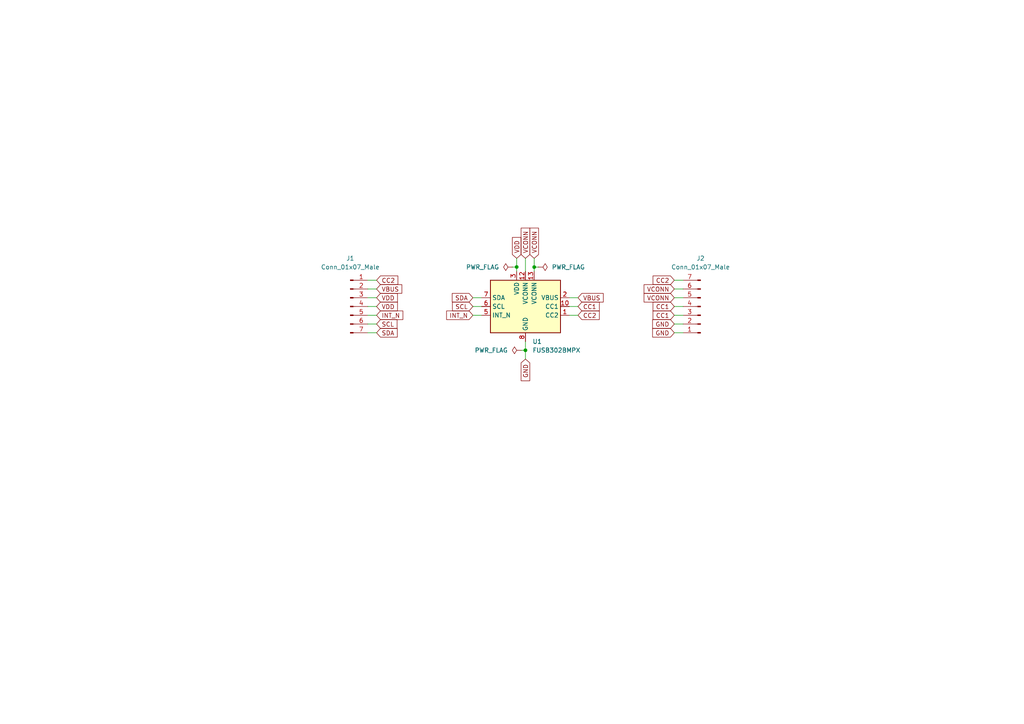
<source format=kicad_sch>
(kicad_sch (version 20211123) (generator eeschema)
  (paper "A4")
  (title_block (title "FUSB302 Breakout Board") (date "2023-03-03") (rev "A") (company "ElektroNik Zoller") (comment 1 "Author: Nikolai Zoller") (comment 4 "License: CERN-OHL-P"))
  (lib_symbols
    (symbol "Connector:Conn_01x07_Male" (pin_names (offset 1.016) hide)
      (property "Reference" "J" (at 0 10.16 0))
      (property "Value" "Conn_01x07_Male" (at 0 -10.16 0))
      (symbol "Conn_01x07_Male_1_1"
        (polyline (pts (xy 1.27 -7.62) (xy 0.8636 -7.62)) (stroke (width 0.1524)))
        (polyline (pts (xy 1.27 -5.08) (xy 0.8636 -5.08)) (stroke (width 0.1524)))
        (polyline (pts (xy 1.27 -2.54) (xy 0.8636 -2.54)) (stroke (width 0.1524)))
        (polyline (pts (xy 1.27 0) (xy 0.8636 0)) (stroke (width 0.1524)))
        (polyline (pts (xy 1.27 2.54) (xy 0.8636 2.54)) (stroke (width 0.1524)))
        (polyline (pts (xy 1.27 5.08) (xy 0.8636 5.08)) (stroke (width 0.1524)))
        (polyline (pts (xy 1.27 7.62) (xy 0.8636 7.62)) (stroke (width 0.1524)))
        (rectangle (start 0.8636 -7.493) (end 0 -7.747) (stroke (width 0.1524)) (fill (type outline)))
        (rectangle (start 0.8636 -4.953) (end 0 -5.207) (stroke (width 0.1524)) (fill (type outline)))
        (rectangle (start 0.8636 -2.413) (end 0 -2.667) (stroke (width 0.1524)) (fill (type outline)))
        (rectangle (start 0.8636 0.127) (end 0 -0.127) (stroke (width 0.1524)) (fill (type outline)))
        (rectangle (start 0.8636 2.667) (end 0 2.413) (stroke (width 0.1524)) (fill (type outline)))
        (rectangle (start 0.8636 5.207) (end 0 4.953) (stroke (width 0.1524)) (fill (type outline)))
        (rectangle (start 0.8636 7.747) (end 0 7.493) (stroke (width 0.1524)) (fill (type outline)))
        (pin passive line (at 5.08 7.62 180) (length 3.81) (name "Pin_1") (number "1"))
        (pin passive line (at 5.08 5.08 180) (length 3.81) (name "Pin_2") (number "2"))
        (pin passive line (at 5.08 2.54 180) (length 3.81) (name "Pin_3") (number "3"))
        (pin passive line (at 5.08 0 180) (length 3.81) (name "Pin_4") (number "4"))
        (pin passive line (at 5.08 -2.54 180) (length 3.81) (name "Pin_5") (number "5"))
        (pin passive line (at 5.08 -5.08 180) (length 3.81) (name "Pin_6") (number "6"))
        (pin passive line (at 5.08 -7.62 180) (length 3.81) (name "Pin_7") (number "7"))
      )
    )
    (symbol "Interface_USB:FUSB302BMPX"
      (property "Reference" "U" (at -10.16 8.89 0))
      (property "Value" "FUSB302BMPX" (at 3.81 8.89 0))
      (symbol "FUSB302BMPX_0_1"
        (rectangle (start -10.16 7.62) (end 10.16 -7.62) (stroke (width 0.254)) (fill (type background)))
      )
      (symbol "FUSB302BMPX_1_1"
        (pin bidirectional line (at 12.7 -2.54 180) (length 2.54) (name "CC2") (number "1"))
        (pin bidirectional line (at 12.7 0 180) (length 2.54) (name "CC1") (number "10"))
        (pin bidirectional line (at 12.7 0 180) (length 2.54) hide (name "CC1") (number "11"))
        (pin power_in line (at 0 10.16 270) (length 2.54) (name "VCONN") (number "12"))
        (pin power_in line (at 2.54 10.16 270) (length 2.54) (name "VCONN") (number "13"))
        (pin bidirectional line (at 12.7 -2.54 180) (length 2.54) hide (name "CC2") (number "14"))
        (pin passive line (at 0 -10.16 90) (length 2.54) hide (name "GND") (number "15"))
        (pin input line (at 12.7 2.54 180) (length 2.54) (name "VBUS") (number "2"))
        (pin power_in line (at -2.54 10.16 270) (length 2.54) (name "VDD") (number "3"))
        (pin passive line (at -2.54 10.16 270) (length 2.54) hide (name "VDD") (number "4"))
        (pin open_collector line (at -12.7 -2.54 0) (length 2.54) (name "INT_N") (number "5"))
        (pin input line (at -12.7 0 0) (length 2.54) (name "SCL") (number "6"))
        (pin bidirectional line (at -12.7 2.54 0) (length 2.54) (name "SDA") (number "7"))
        (pin power_in line (at 0 -10.16 90) (length 2.54) (name "GND") (number "8"))
        (pin passive line (at 0 -10.16 90) (length 2.54) hide (name "GND") (number "9"))
      )
    )
    (symbol "power:PWR_FLAG" (power) (pin_numbers hide) (pin_names (offset 0) hide)
      (property "Value" "PWR_FLAG" (at 0 3.81 0))
      (symbol "PWR_FLAG_0_0"
        (pin power_out line (at 0 0 90) (length 0) (name "pwr") (number "1"))
      )
      (symbol "PWR_FLAG_0_1"
        (polyline (pts (xy 0 0) (xy 0 1.27) (xy -1.016 1.905) (xy 0 2.54) (xy 1.016 1.905) (xy 0 1.27)))
      )
    )
  )
  (junction (at 152.4 101.6))
  (junction (at 154.94 77.47))
  (junction (at 149.86 77.4394))
  (wire (pts (xy 106.68 96.52) (xy 109.22 96.52)))
  (wire (pts (xy 106.68 93.98) (xy 109.22 93.98)))
  (wire (pts (xy 152.4 104.14) (xy 152.4 101.6)))
  (wire (pts (xy 154.94 77.47) (xy 154.94 78.74)))
  (wire (pts (xy 106.68 88.9) (xy 109.22 88.9)))
  (wire (pts (xy 152.4 74.93) (xy 152.4 78.74)))
  (wire (pts (xy 137.16 88.9) (xy 139.7 88.9)))
  (wire (pts (xy 106.68 86.36) (xy 109.22 86.36)))
  (wire (pts (xy 156.21 77.47) (xy 154.94 77.47)))
  (wire (pts (xy 165.1 91.44) (xy 167.64 91.44)))
  (wire (pts (xy 137.16 86.36) (xy 139.7 86.36)))
  (wire (pts (xy 137.16 91.44) (xy 139.7 91.44)))
  (wire (pts (xy 149.86 74.93) (xy 149.86 77.4394)))
  (wire (pts (xy 165.1 86.36) (xy 167.64 86.36)))
  (wire (pts (xy 151.13 101.6) (xy 152.4 101.6)))
  (wire (pts (xy 106.68 81.28) (xy 109.22 81.28)))
  (wire (pts (xy 195.58 86.36) (xy 198.12 86.36)))
  (wire (pts (xy 195.58 96.52) (xy 198.12 96.52)))
  (wire (pts (xy 165.1 88.9) (xy 167.64 88.9)))
  (wire (pts (xy 154.94 74.93) (xy 154.94 77.47)))
  (wire (pts (xy 152.4 99.06) (xy 152.4 101.6)))
  (wire (pts (xy 148.59 77.47) (xy 149.86 77.4394)))
  (wire (pts (xy 195.58 91.44) (xy 198.12 91.44)))
  (wire (pts (xy 195.58 81.28) (xy 198.12 81.28)))
  (wire (pts (xy 106.68 83.82) (xy 109.22 83.82)))
  (wire (pts (xy 195.58 83.82) (xy 198.12 83.82)))
  (wire (pts (xy 195.58 93.98) (xy 198.12 93.98)))
  (wire (pts (xy 149.86 77.4394) (xy 149.86 78.74)))
  (wire (pts (xy 106.68 91.44) (xy 109.22 91.44)))
  (wire (pts (xy 195.58 88.9) (xy 198.12 88.9)))
  (global_label "VCONN" (shape input) (at 195.58 83.82 180) (property "Intersheet References" "${INTERSHEET_REFS}" (effects hide)))
  (global_label "INT_N" (shape input) (at 137.16 91.44 180) (property "Intersheet References" "${INTERSHEET_REFS}" (effects hide)))
  (global_label "VBUS" (shape input) (at 167.64 86.36 0) (property "Intersheet References" "${INTERSHEET_REFS}" (effects hide)))
  (global_label "INT_N" (shape input) (at 109.22 91.44 0) (property "Intersheet References" "${INTERSHEET_REFS}" (effects hide)))
  (global_label "SCL" (shape input) (at 137.16 88.9 180) (property "Intersheet References" "${INTERSHEET_REFS}" (effects hide)))
  (global_label "CC2" (shape input) (at 109.22 81.28 0) (property "Intersheet References" "${INTERSHEET_REFS}" (effects hide)))
  (global_label "SDA" (shape input) (at 137.16 86.36 180) (property "Intersheet References" "${INTERSHEET_REFS}" (effects hide)))
  (global_label "GND" (shape input) (at 195.58 93.98 180) (property "Intersheet References" "${INTERSHEET_REFS}" (effects hide)))
  (global_label "CC2" (shape input) (at 195.58 81.28 180) (property "Intersheet References" "${INTERSHEET_REFS}" (effects hide)))
  (global_label "VDD" (shape input) (at 109.22 88.9 0) (property "Intersheet References" "${INTERSHEET_REFS}" (effects hide)))
  (global_label "VDD" (shape input) (at 109.22 86.36 0) (property "Intersheet References" "${INTERSHEET_REFS}" (effects hide)))
  (global_label "VBUS" (shape input) (at 109.22 83.82 0) (property "Intersheet References" "${INTERSHEET_REFS}" (effects hide)))
  (global_label "CC2" (shape input) (at 167.64 91.44 0) (property "Intersheet References" "${INTERSHEET_REFS}" (effects hide)))
  (global_label "VDD" (shape input) (at 149.86 74.93 90) (property "Intersheet References" "${INTERSHEET_REFS}" (effects hide)))
  (global_label "VCONN" (shape input) (at 195.58 86.36 180) (property "Intersheet References" "${INTERSHEET_REFS}" (effects hide)))
  (global_label "SDA" (shape input) (at 109.22 96.52 0) (property "Intersheet References" "${INTERSHEET_REFS}" (effects hide)))
  (global_label "CC1" (shape input) (at 167.64 88.9 0) (property "Intersheet References" "${INTERSHEET_REFS}" (effects hide)))
  (global_label "GND" (shape input) (at 195.58 96.52 180) (property "Intersheet References" "${INTERSHEET_REFS}" (effects hide)))
  (global_label "CC1" (shape input) (at 195.58 91.44 180) (property "Intersheet References" "${INTERSHEET_REFS}" (effects hide)))
  (global_label "VCONN" (shape input) (at 152.4 74.93 90) (property "Intersheet References" "${INTERSHEET_REFS}" (effects hide)))
  (global_label "SCL" (shape input) (at 109.22 93.98 0) (property "Intersheet References" "${INTERSHEET_REFS}" (effects hide)))
  (global_label "VCONN" (shape input) (at 154.94 74.93 90) (property "Intersheet References" "${INTERSHEET_REFS}" (effects hide)))
  (global_label "GND" (shape input) (at 152.4 104.14 270) (property "Intersheet References" "${INTERSHEET_REFS}" (effects hide)))
  (global_label "CC1" (shape input) (at 195.58 88.9 180) (property "Intersheet References" "${INTERSHEET_REFS}" (effects hide)))
  (symbol (lib_id "Connector:Conn_01x07_Male") (at 101.6 88.9 0) (unit 1)
    (property "Reference" "J1" (at 101.6 74.93 0))
    (property "Value" "Conn_01x07_Male" (at 101.6 77.47 0))
    (property "Footprint" "Connector_PinHeader_2.54mm:PinHeader_1x07_P2.54mm_Vertical" (effects hide))
  )
  (symbol (lib_id "power:PWR_FLAG") (at 151.13 101.6 90) (unit 1)
    (property "Reference" "#FLG0102" (effects hide))
    (property "Value" "PWR_FLAG" (at 147.32 101.5999 90) (effects (justify left)))
  )
  (symbol (lib_id "Interface_USB:FUSB302BMPX") (at 152.4 88.9 0) (unit 1)
    (property "Reference" "U1" (at 154.4194 99.06 0) (effects (justify left)))
    (property "Value" "FUSB302BMPX" (at 154.4194 101.6 0) (effects (justify left)))
    (property "Footprint" "Package_DFN_QFN:WQFN-14-1EP_2.5x2.5mm_P0.5mm_EP1.45x1.45mm" (effects hide))
    (property "Datasheet" "http://www.onsemi.com/pub/Collateral/FUSB302B-D.PDF" (effects hide))
  )
  (symbol (lib_id "power:PWR_FLAG") (at 148.59 77.47 90) (unit 1)
    (property "Reference" "#FLG0103" (effects hide))
    (property "Value" "PWR_FLAG" (at 144.78 77.4699 90) (effects (justify left)))
  )
  (symbol (lib_id "Connector:Conn_01x07_Male") (at 203.2 88.9 180) (unit 1)
    (property "Reference" "J2" (at 203.2 74.93 0))
    (property "Value" "Conn_01x07_Male" (at 203.2 77.47 0))
    (property "Footprint" "Connector_PinHeader_2.54mm:PinHeader_1x07_P2.54mm_Vertical" (effects hide))
  )
  (symbol (lib_id "power:PWR_FLAG") (at 156.21 77.47 270) (unit 1)
    (property "Reference" "#FLG0101" (effects hide))
    (property "Value" "PWR_FLAG" (at 160.02 77.4699 90) (effects (justify left)))
  )
)
</source>
